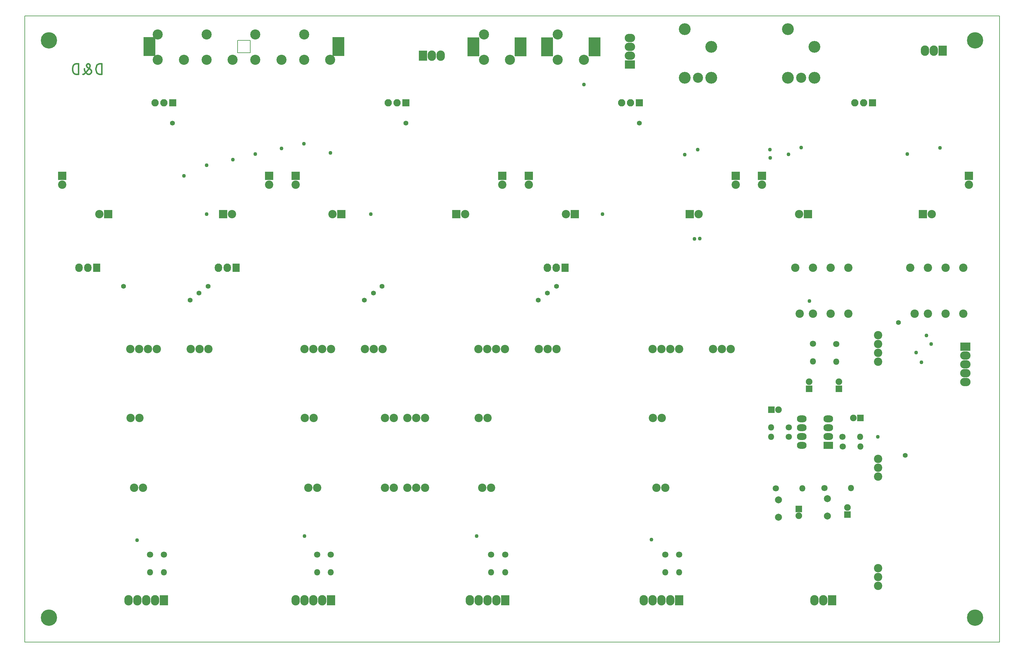
<source format=gbr>
G04 #@! TF.FileFunction,Soldermask,Bot*
%FSLAX46Y46*%
G04 Gerber Fmt 4.6, Leading zero omitted, Abs format (unit mm)*
G04 Created by KiCad (PCBNEW 4.0.7) date Wednesday 28 November 2018 'à' 00:54:26*
%MOMM*%
%LPD*%
G01*
G04 APERTURE LIST*
%ADD10C,0.100000*%
%ADD11C,0.400000*%
%ADD12C,0.150000*%
%ADD13C,4.700000*%
%ADD14C,2.900000*%
%ADD15R,3.400000X5.400000*%
%ADD16C,2.400000*%
%ADD17R,2.127200X2.432000*%
%ADD18O,2.127200X2.432000*%
%ADD19R,2.800000X2.000000*%
%ADD20O,2.800000X2.000000*%
%ADD21R,2.400000X3.000000*%
%ADD22O,2.400000X3.000000*%
%ADD23C,1.800000*%
%ADD24O,1.800000X1.800000*%
%ADD25R,1.900000X1.900000*%
%ADD26C,1.900000*%
%ADD27C,2.000000*%
%ADD28R,2.100000X2.100000*%
%ADD29O,2.100000X2.100000*%
%ADD30R,2.400000X2.400000*%
%ADD31R,3.000000X2.400000*%
%ADD32O,3.000000X2.400000*%
%ADD33C,3.400000*%
%ADD34C,1.400000*%
%ADD35C,1.100000*%
G04 APERTURE END LIST*
D10*
D11*
X72142857Y-66757143D02*
X72142857Y-63757143D01*
X71428572Y-63757143D01*
X71000000Y-63900000D01*
X70714286Y-64185714D01*
X70571429Y-64471429D01*
X70428572Y-65042857D01*
X70428572Y-65471429D01*
X70571429Y-66042857D01*
X70714286Y-66328571D01*
X71000000Y-66614286D01*
X71428572Y-66757143D01*
X72142857Y-66757143D01*
X66714286Y-66757143D02*
X66857143Y-66757143D01*
X67142857Y-66614286D01*
X67571429Y-66185714D01*
X68285714Y-65328571D01*
X68571429Y-64900000D01*
X68714286Y-64471429D01*
X68714286Y-64185714D01*
X68571429Y-63900000D01*
X68285714Y-63757143D01*
X68142857Y-63757143D01*
X67857143Y-63900000D01*
X67714286Y-64185714D01*
X67714286Y-64328571D01*
X67857143Y-64614286D01*
X68000000Y-64757143D01*
X68857143Y-65328571D01*
X69000000Y-65471429D01*
X69142857Y-65757143D01*
X69142857Y-66185714D01*
X69000000Y-66471429D01*
X68857143Y-66614286D01*
X68571429Y-66757143D01*
X68142857Y-66757143D01*
X67857143Y-66614286D01*
X67714286Y-66471429D01*
X67285714Y-65900000D01*
X67142857Y-65471429D01*
X67142857Y-65185714D01*
X65428571Y-66757143D02*
X65428571Y-63757143D01*
X64714286Y-63757143D01*
X64285714Y-63900000D01*
X64000000Y-64185714D01*
X63857143Y-64471429D01*
X63714286Y-65042857D01*
X63714286Y-65471429D01*
X63857143Y-66042857D01*
X64000000Y-66328571D01*
X64285714Y-66614286D01*
X64714286Y-66757143D01*
X65428571Y-66757143D01*
D12*
X111180000Y-60605000D02*
X111180000Y-57030000D01*
X114780000Y-60605000D02*
X111180000Y-60605000D01*
X114780000Y-57030000D02*
X114780000Y-60605000D01*
X111180000Y-57030000D02*
X114780000Y-57030000D01*
X50000000Y-230000000D02*
X50000000Y-50000000D01*
X330000000Y-230000000D02*
X50000000Y-230000000D01*
X330000000Y-50000000D02*
X330000000Y-230000000D01*
X50000000Y-50000000D02*
X330000000Y-50000000D01*
D13*
X57000000Y-57000000D03*
X57000000Y-222975000D03*
X323000000Y-222975000D03*
D14*
X137755000Y-62580000D03*
X130255000Y-62580000D03*
X130255000Y-55330000D03*
X116255000Y-55330000D03*
X102255000Y-55330000D03*
X88255000Y-55330000D03*
X123755000Y-62580000D03*
X109755000Y-62580000D03*
X95755000Y-62580000D03*
X116255000Y-62580000D03*
X102255000Y-62580000D03*
X88255000Y-62580000D03*
D15*
X140155000Y-58830000D03*
X85855000Y-58830000D03*
D16*
X304380000Y-122396000D03*
X305650000Y-135604000D03*
X309460000Y-135604000D03*
X309460000Y-122396000D03*
X314540000Y-135604000D03*
X314540000Y-122396000D03*
X319620000Y-135604000D03*
X319620000Y-122396000D03*
X271380000Y-122396000D03*
X272650000Y-135604000D03*
X276460000Y-135604000D03*
X276460000Y-122396000D03*
X281540000Y-135604000D03*
X281540000Y-122396000D03*
X286620000Y-135604000D03*
X286620000Y-122396000D03*
X80460000Y-165550000D03*
X83000000Y-165550000D03*
X130460000Y-165550000D03*
X180460000Y-165550000D03*
X230460000Y-165550000D03*
X133000000Y-165550000D03*
X183000000Y-165550000D03*
X233000000Y-165550000D03*
X153460000Y-165550000D03*
X156000000Y-165550000D03*
X159920000Y-165550000D03*
X162460000Y-165550000D03*
X165000000Y-165550000D03*
X81459946Y-185600000D03*
X83999946Y-185600000D03*
X131459946Y-185600000D03*
X181459946Y-185600000D03*
X231459946Y-185600000D03*
X153459946Y-185600000D03*
X183999946Y-185600000D03*
X233999946Y-185600000D03*
X133999946Y-185600000D03*
X155999946Y-185600000D03*
X159919946Y-185600000D03*
X162459946Y-185600000D03*
X164999946Y-185600000D03*
X80341000Y-145760000D03*
X82881000Y-145760000D03*
X85421000Y-145760000D03*
X87961000Y-145760000D03*
X137961000Y-145760000D03*
X187961000Y-145760000D03*
X237961000Y-145760000D03*
X135421000Y-145760000D03*
X185421000Y-145760000D03*
X235421000Y-145760000D03*
X132881000Y-145760000D03*
X182881000Y-145760000D03*
X232881000Y-145760000D03*
X130341000Y-145760000D03*
X180341000Y-145760000D03*
X230341000Y-145760000D03*
X97720000Y-145760000D03*
X100260000Y-145760000D03*
X102800000Y-145760000D03*
X152800000Y-145760000D03*
X202800000Y-145760000D03*
X252800000Y-145760000D03*
X150260000Y-145760000D03*
X200260000Y-145760000D03*
X250260000Y-145760000D03*
X147720000Y-145760000D03*
X197720000Y-145760000D03*
X247720000Y-145760000D03*
D17*
X70650000Y-122380000D03*
D18*
X68110000Y-122380000D03*
X65570000Y-122380000D03*
X202690000Y-122380000D03*
X200150000Y-122380000D03*
D17*
X205230000Y-122380000D03*
D18*
X105680000Y-122380000D03*
X108220000Y-122380000D03*
D17*
X110760000Y-122380000D03*
D16*
X295165000Y-141810007D03*
X295165000Y-144350007D03*
X295165000Y-146890007D03*
X295165000Y-149430007D03*
X295165000Y-177350007D03*
X295165000Y-179890007D03*
X295165000Y-182430007D03*
X295165000Y-208775007D03*
X295165000Y-211315007D03*
X295165000Y-213855007D03*
D14*
X203105000Y-62605000D03*
X210605000Y-62605000D03*
X203105000Y-55355000D03*
D15*
X200055000Y-58855000D03*
X213655000Y-58855000D03*
D14*
X181905000Y-62605000D03*
X189405000Y-62605000D03*
X181905000Y-55355000D03*
D15*
X178855000Y-58855000D03*
X192455000Y-58855000D03*
D19*
X280875000Y-173480000D03*
D20*
X273255000Y-165860000D03*
X280875000Y-170940000D03*
X273255000Y-168400000D03*
X280875000Y-168400000D03*
X273255000Y-170940000D03*
X280875000Y-165860000D03*
X273255000Y-173480000D03*
D21*
X90000000Y-218000000D03*
D22*
X87460000Y-218000000D03*
X84920000Y-218000000D03*
X82380000Y-218000000D03*
X79840000Y-218000000D03*
D21*
X138000000Y-218000000D03*
D22*
X135460000Y-218000000D03*
X132920000Y-218000000D03*
X130380000Y-218000000D03*
X127840000Y-218000000D03*
D21*
X188000000Y-218000000D03*
D22*
X185460000Y-218000000D03*
X182920000Y-218000000D03*
X180380000Y-218000000D03*
X177840000Y-218000000D03*
D21*
X238000000Y-218000000D03*
D22*
X235460000Y-218000000D03*
X232920000Y-218000000D03*
X230380000Y-218000000D03*
X227840000Y-218000000D03*
D23*
X284895000Y-170975000D03*
D24*
X289975000Y-170975000D03*
D23*
X269500000Y-168325000D03*
D24*
X264420000Y-168325000D03*
D23*
X284945000Y-173750000D03*
D24*
X290025000Y-173750000D03*
D23*
X269500000Y-170975000D03*
D24*
X264420000Y-170975000D03*
D25*
X290025000Y-165550000D03*
D26*
X288025000Y-165550000D03*
D25*
X264500000Y-163225000D03*
D26*
X266500000Y-163225000D03*
D25*
X275300000Y-157200000D03*
D26*
X275300000Y-155200000D03*
D25*
X283900000Y-157200000D03*
D26*
X283900000Y-155200000D03*
D23*
X276425000Y-144200000D03*
D24*
X276425000Y-149280000D03*
D23*
X283100000Y-144350000D03*
D24*
X283100000Y-149430000D03*
D27*
X266500000Y-194150000D03*
X266500000Y-189150000D03*
X280600000Y-193775000D03*
X280600000Y-188775000D03*
D25*
X272350000Y-191725000D03*
D26*
X272350000Y-193725000D03*
D25*
X286300000Y-193325000D03*
D26*
X286300000Y-191325000D03*
D23*
X265730000Y-185775000D03*
D24*
X273350000Y-185775000D03*
D23*
X279750000Y-185700000D03*
D24*
X287370000Y-185700000D03*
D28*
X92540000Y-75000000D03*
D29*
X90000000Y-75000000D03*
X87460000Y-75000000D03*
D30*
X60810000Y-96000000D03*
D16*
X60810000Y-98540000D03*
X120210000Y-98540000D03*
D30*
X120210000Y-96000000D03*
X74000000Y-107000000D03*
D16*
X71460000Y-107000000D03*
D30*
X107000000Y-107000000D03*
D16*
X109540000Y-107000000D03*
D28*
X159540000Y-75000000D03*
D29*
X157000000Y-75000000D03*
X154460000Y-75000000D03*
D30*
X127810000Y-96000000D03*
D16*
X127810000Y-98540000D03*
X187210000Y-98540000D03*
D30*
X187210000Y-96000000D03*
X141000000Y-107000000D03*
D16*
X138460000Y-107000000D03*
D30*
X174000000Y-107000000D03*
D16*
X176540000Y-107000000D03*
D28*
X226540000Y-75000000D03*
D29*
X224000000Y-75000000D03*
X221460000Y-75000000D03*
D30*
X194810000Y-96000000D03*
D16*
X194810000Y-98540000D03*
X254210000Y-98540000D03*
D30*
X254210000Y-96000000D03*
X208000000Y-107000000D03*
D16*
X205460000Y-107000000D03*
D30*
X241000000Y-107000000D03*
D16*
X243540000Y-107000000D03*
D28*
X293540000Y-75000000D03*
D29*
X291000000Y-75000000D03*
X288460000Y-75000000D03*
D30*
X261810000Y-96000000D03*
D16*
X261810000Y-98540000D03*
X321210000Y-98540000D03*
D30*
X321210000Y-96000000D03*
X275000000Y-107000000D03*
D16*
X272460000Y-107000000D03*
D30*
X308000000Y-107000000D03*
D16*
X310540000Y-107000000D03*
D23*
X86000000Y-204900000D03*
D24*
X86000000Y-209980000D03*
D23*
X90000000Y-204900000D03*
D24*
X90000000Y-209980000D03*
D23*
X134000000Y-204900000D03*
D24*
X134000000Y-209980000D03*
D23*
X137875000Y-204900000D03*
D24*
X137875000Y-209980000D03*
D23*
X184000000Y-204900000D03*
D24*
X184000000Y-209980000D03*
D23*
X188000000Y-204900000D03*
D24*
X188000000Y-209980000D03*
D23*
X234000000Y-204900000D03*
D24*
X234000000Y-209980000D03*
D23*
X238000000Y-204900000D03*
D24*
X238000000Y-209980000D03*
D21*
X313665000Y-60000000D03*
D22*
X311125000Y-60000000D03*
X308585000Y-60000000D03*
D31*
X320175000Y-145120000D03*
D32*
X320175000Y-147660000D03*
X320175000Y-150200000D03*
X320175000Y-152740000D03*
X320175000Y-155280000D03*
D31*
X223850000Y-64005000D03*
D32*
X223850000Y-61465000D03*
X223850000Y-58925000D03*
X223850000Y-56385000D03*
D14*
X273040000Y-67780000D03*
D33*
X276850000Y-67780000D03*
X269230000Y-67780000D03*
X276850000Y-58890000D03*
X269230000Y-53810000D03*
D14*
X243415000Y-67780000D03*
D33*
X247225000Y-67780000D03*
X239605000Y-67780000D03*
X247225000Y-58890000D03*
X239605000Y-53810000D03*
D21*
X281900000Y-218000000D03*
D22*
X279360000Y-218000000D03*
X276820000Y-218000000D03*
D21*
X164385000Y-61450000D03*
D22*
X166925000Y-61450000D03*
X169465000Y-61450000D03*
D13*
X323000000Y-57000000D03*
D34*
X302905020Y-176305000D03*
X102675000Y-127705000D03*
X152625000Y-127705000D03*
X78405000Y-127705000D03*
X202730000Y-127755000D03*
X226550000Y-80855000D03*
X159525000Y-80855000D03*
X92455000Y-80855000D03*
X300975000Y-138104001D03*
X100075000Y-129705000D03*
X200125000Y-129705000D03*
X150200000Y-129705000D03*
X97555000Y-131705000D03*
X147555000Y-131705000D03*
X197530000Y-131705000D03*
D35*
X306105000Y-146805000D03*
X307595703Y-149580000D03*
X102291439Y-107000000D03*
X82315050Y-200715050D03*
X130380000Y-199530000D03*
X149425000Y-107000000D03*
X179840050Y-199565050D03*
X215965845Y-107000000D03*
X230031253Y-200506253D03*
X242380000Y-114080000D03*
X243930000Y-113980000D03*
X95750000Y-96000000D03*
X102250000Y-92915001D03*
X123800000Y-88114970D03*
X137805000Y-89374980D03*
X109775000Y-91314990D03*
X116225000Y-89714980D03*
X130250000Y-86714960D03*
X310395713Y-144330000D03*
X309005000Y-141855000D03*
X210605000Y-69749000D03*
X275455000Y-131980000D03*
X264110000Y-88475000D03*
X243330000Y-88480000D03*
X312890001Y-87900000D03*
X273005000Y-87880000D03*
X295055000Y-171005000D03*
X264161425Y-90853829D03*
X239630000Y-89900000D03*
X269445305Y-89777121D03*
X303545419Y-89740959D03*
M02*

</source>
